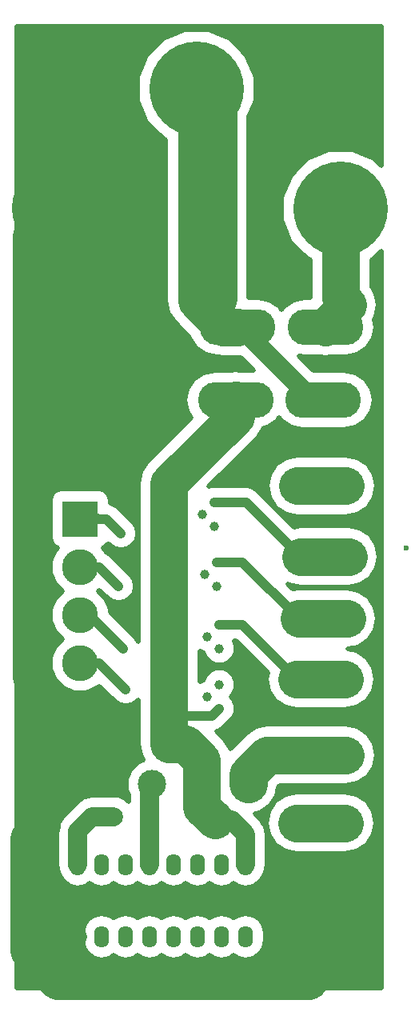
<source format=gbr>
G04 #@! TF.FileFunction,Copper,L2,Bot,Signal*
%FSLAX46Y46*%
G04 Gerber Fmt 4.6, Leading zero omitted, Abs format (unit mm)*
G04 Created by KiCad (PCBNEW 4.0.6) date Tuesday, 03 August 2021 'AMt' 11:20:22*
%MOMM*%
%LPD*%
G01*
G04 APERTURE LIST*
%ADD10C,0.100000*%
%ADD11C,1.998980*%
%ADD12C,1.000760*%
%ADD13O,1.600000X2.300000*%
%ADD14C,3.000000*%
%ADD15C,3.810000*%
%ADD16R,3.810000X3.810000*%
%ADD17O,8.000000X3.800000*%
%ADD18C,10.000000*%
%ADD19C,0.600000*%
%ADD20C,4.000000*%
%ADD21C,2.000000*%
%ADD22C,1.000000*%
%ADD23C,0.500000*%
G04 APERTURE END LIST*
D10*
D11*
X6200000Y22654000D03*
X13820000Y22654000D03*
D12*
X23726000Y35354000D03*
X24996000Y36624000D03*
X24996000Y34084000D03*
X23218000Y54658000D03*
X24488000Y55928000D03*
X24488000Y53388000D03*
X23472000Y48308000D03*
X24742000Y49578000D03*
X24742000Y47038000D03*
X23726000Y41704000D03*
X24996000Y42974000D03*
X24996000Y40434000D03*
D13*
X10010000Y9954000D03*
X12550000Y9954000D03*
X15090000Y9954000D03*
X17630000Y9954000D03*
X20170000Y9954000D03*
X22710000Y9954000D03*
X25250000Y9954000D03*
X27790000Y9954000D03*
X27790000Y17574000D03*
X25250000Y17574000D03*
X22710000Y17574000D03*
X20170000Y17574000D03*
X17630000Y17574000D03*
X15090000Y17574000D03*
X12550000Y17574000D03*
X10010000Y17574000D03*
D14*
X28020000Y26080000D03*
X17860000Y26080000D03*
D15*
X10264000Y49070000D03*
X10264000Y43990000D03*
D16*
X10264000Y54150000D03*
D15*
X10264000Y38910000D03*
X10264000Y33830000D03*
X10264000Y28750000D03*
D17*
X36000000Y66735000D03*
X26700000Y66735000D03*
X36225000Y74435000D03*
X26925000Y74435000D03*
D18*
X22580000Y99680000D03*
X37840000Y86990000D03*
D14*
X33570000Y50180000D03*
X38650000Y50180000D03*
X33390000Y43600000D03*
X38470000Y43600000D03*
X33210000Y37200000D03*
X38290000Y37200000D03*
X38290000Y21990000D03*
X33210000Y21990000D03*
X38380000Y57640000D03*
X33300000Y57640000D03*
X38370000Y29160000D03*
X33290000Y29160000D03*
X34510000Y8260000D03*
X39590000Y8260000D03*
X34790000Y14120000D03*
X39870000Y14120000D03*
D18*
X8000000Y87050000D03*
D19*
X44808000Y51102000D03*
X14328000Y47038000D03*
X15090000Y36116000D03*
X14836000Y40434000D03*
X14582000Y52626000D03*
D20*
X33300000Y57640000D02*
X38380000Y57640000D01*
D21*
X27790000Y17574000D02*
X27790000Y20790000D01*
D20*
X21432000Y30358000D02*
X23130000Y28660000D01*
X23130000Y28660000D02*
X23130000Y23680000D01*
X23130000Y23680000D02*
X24550000Y22260000D01*
X19662000Y30358000D02*
X19662000Y33322000D01*
X19662000Y30358000D02*
X21432000Y30358000D01*
D21*
X26320000Y22260000D02*
X24550000Y22260000D01*
X27790000Y20790000D02*
X26320000Y22260000D01*
D20*
X26700000Y66735000D02*
X26700000Y64998000D01*
X26700000Y64998000D02*
X19662000Y57960000D01*
X19662000Y57960000D02*
X19662000Y33322000D01*
D22*
X19662000Y33322000D02*
X24234000Y33322000D01*
X24234000Y33322000D02*
X24996000Y34084000D01*
D20*
X26925000Y74435000D02*
X25365000Y74435000D01*
X25365000Y74435000D02*
X22580000Y77220000D01*
X22580000Y77220000D02*
X22580000Y99680000D01*
X22580000Y99680000D02*
X24870000Y97390000D01*
X24870000Y97390000D02*
X24870000Y77490000D01*
D21*
X26925000Y74435000D02*
X27205000Y74435000D01*
X27205000Y74435000D02*
X34905000Y66735000D01*
X34905000Y66735000D02*
X36000000Y66735000D01*
D20*
X33210000Y21990000D02*
X38290000Y21990000D01*
D21*
X17630000Y17574000D02*
X17630000Y25850000D01*
X17630000Y25850000D02*
X17860000Y26080000D01*
D20*
X33290000Y29160000D02*
X38370000Y29160000D01*
X28020000Y26080000D02*
X28020000Y27100000D01*
X28020000Y27100000D02*
X30080000Y29160000D01*
X30080000Y29160000D02*
X33290000Y29160000D01*
X28020000Y26080000D02*
X28060000Y26080000D01*
D22*
X12296000Y49070000D02*
X10264000Y49070000D01*
X14328000Y47038000D02*
X12296000Y49070000D01*
X12296000Y38910000D02*
X10264000Y38910000D01*
X15090000Y36116000D02*
X12296000Y38910000D01*
X14836000Y40434000D02*
X11280000Y43990000D01*
X11280000Y43990000D02*
X10264000Y43990000D01*
X13058000Y54150000D02*
X10264000Y54150000D01*
X14582000Y52626000D02*
X13058000Y54150000D01*
X12122000Y54230000D02*
X9756000Y54230000D01*
D20*
X36225000Y85375000D02*
X37840000Y86990000D01*
X37840000Y86990000D02*
X37840000Y77520000D01*
X37840000Y77520000D02*
X38575000Y76785000D01*
X38575000Y76785000D02*
X36225000Y74435000D01*
X30850000Y5280000D02*
X34410000Y5280000D01*
X34510000Y5380000D02*
X34510000Y8260000D01*
X34410000Y5280000D02*
X34510000Y5380000D01*
X34510000Y8260000D02*
X34510000Y13840000D01*
X34510000Y13840000D02*
X34790000Y14120000D01*
X25150000Y5280000D02*
X30850000Y5280000D01*
X30850000Y5280000D02*
X31900000Y5280000D01*
X5080000Y82000000D02*
X5080000Y84130000D01*
X5080000Y84130000D02*
X8000000Y87050000D01*
X10264000Y28750000D02*
X9430000Y28750000D01*
X9430000Y28750000D02*
X5260000Y24580000D01*
X5260000Y24580000D02*
X5260000Y23594000D01*
X10264000Y33830000D02*
X8560000Y33830000D01*
X8560000Y33830000D02*
X5260000Y30530000D01*
X6200000Y22654000D02*
X6200000Y21690000D01*
X6200000Y21690000D02*
X4820000Y20310000D01*
X4820000Y8490000D02*
X6200000Y7110000D01*
X4820000Y20310000D02*
X4820000Y8490000D01*
X8935000Y85035000D02*
X8115000Y85035000D01*
X8115000Y85035000D02*
X5080000Y82000000D01*
X5260000Y23594000D02*
X5260000Y23594000D01*
X5260000Y23594000D02*
X6200000Y22654000D01*
X5260000Y37290000D02*
X5260000Y30530000D01*
X5260000Y30530000D02*
X5260000Y23594000D01*
X5080000Y37470000D02*
X5260000Y37290000D01*
X5080000Y82000000D02*
X5080000Y37470000D01*
X6200000Y12240000D02*
X6200000Y7110000D01*
X6200000Y7110000D02*
X6200000Y6920000D01*
X7840000Y5280000D02*
X25150000Y5280000D01*
X25150000Y5280000D02*
X25170000Y5280000D01*
X6200000Y6920000D02*
X7840000Y5280000D01*
D21*
X6200000Y22654000D02*
X6200000Y24686000D01*
X6200000Y24686000D02*
X10264000Y28750000D01*
X6200000Y22654000D02*
X6200000Y12240000D01*
X8486000Y9954000D02*
X10010000Y9954000D01*
X6200000Y12240000D02*
X8486000Y9954000D01*
D20*
X33390000Y43600000D02*
X38470000Y43600000D01*
D22*
X24742000Y49578000D02*
X27412000Y49578000D01*
X27412000Y49578000D02*
X33390000Y43600000D01*
X24742000Y49578000D02*
X26507000Y49578000D01*
D20*
X33210000Y37200000D02*
X38290000Y37200000D01*
D22*
X24996000Y42974000D02*
X27436000Y42974000D01*
X27436000Y42974000D02*
X33210000Y37200000D01*
D20*
X33570000Y50180000D02*
X38650000Y50180000D01*
D22*
X24488000Y55928000D02*
X27822000Y55928000D01*
X27822000Y55928000D02*
X33570000Y50180000D01*
D21*
X13820000Y22654000D02*
X11534000Y22654000D01*
X10010000Y21130000D02*
X10010000Y17574000D01*
X11534000Y22654000D02*
X10010000Y21130000D01*
D23*
G36*
X42155000Y91514021D02*
X41384963Y92285403D01*
X39088656Y93238913D01*
X36602252Y93241083D01*
X34304284Y92291582D01*
X32544597Y90534963D01*
X31591087Y88238656D01*
X31588917Y85752252D01*
X32538418Y83454284D01*
X34295037Y81694597D01*
X34590000Y81572118D01*
X34590000Y77585000D01*
X34022146Y77585000D01*
X32816693Y77345221D01*
X31794760Y76662386D01*
X31575000Y76333492D01*
X31355240Y76662386D01*
X30333307Y77345221D01*
X29127854Y77585000D01*
X28120000Y77585000D01*
X28120000Y96724092D01*
X28828913Y98431344D01*
X28831083Y100917748D01*
X27881582Y103215716D01*
X26124963Y104975403D01*
X23828656Y105928913D01*
X21342252Y105931083D01*
X19044284Y104981582D01*
X17284597Y103224963D01*
X16331087Y100928656D01*
X16328917Y98442252D01*
X17278418Y96144284D01*
X19035037Y94384597D01*
X19330000Y94262118D01*
X19330000Y77220000D01*
X19577392Y75976279D01*
X20281903Y74921903D01*
X21771617Y73432189D01*
X21811925Y73229547D01*
X22494760Y72207614D01*
X23516693Y71524779D01*
X24722146Y71285000D01*
X24862267Y71285000D01*
X25365000Y71185000D01*
X26925000Y71185000D01*
X27215279Y71242740D01*
X28573020Y69885000D01*
X27202733Y69885000D01*
X26700000Y69985000D01*
X26197267Y69885000D01*
X24497146Y69885000D01*
X23291693Y69645221D01*
X22269760Y68962386D01*
X21586925Y67940453D01*
X21347146Y66735000D01*
X21586925Y65529547D01*
X22006867Y64901061D01*
X17363903Y60258097D01*
X16659392Y59203721D01*
X16412000Y57960000D01*
X16412000Y41164741D01*
X16073437Y41671437D01*
X13419294Y44325580D01*
X13419546Y44614815D01*
X12940238Y45774829D01*
X12185845Y46530539D01*
X12273292Y46617834D01*
X13090563Y45800563D01*
X13658304Y45421211D01*
X14328000Y45288000D01*
X14997696Y45421211D01*
X15565437Y45800563D01*
X15944789Y46368304D01*
X16078000Y47038000D01*
X15944789Y47707696D01*
X15565437Y48275437D01*
X13533437Y50307437D01*
X13026442Y50646200D01*
X12940238Y50854829D01*
X12696474Y51099018D01*
X13057663Y51331437D01*
X13197309Y51535817D01*
X13344563Y51388563D01*
X13912304Y51009211D01*
X14582000Y50876000D01*
X15251696Y51009211D01*
X15819437Y51388563D01*
X16198789Y51956304D01*
X16332000Y52626000D01*
X16198789Y53295696D01*
X15819437Y53863437D01*
X14295437Y55387437D01*
X13727696Y55766789D01*
X13443488Y55823322D01*
X13443488Y56055000D01*
X13356327Y56518222D01*
X13082563Y56943663D01*
X12664847Y57229076D01*
X12169000Y57329488D01*
X8359000Y57329488D01*
X7895778Y57242327D01*
X7470337Y56968563D01*
X7184924Y56550847D01*
X7084512Y56055000D01*
X7084512Y52245000D01*
X7171673Y51781778D01*
X7445437Y51356337D01*
X7827251Y51095455D01*
X7590881Y50859497D01*
X7109549Y49700322D01*
X7108454Y48445185D01*
X7587762Y47285171D01*
X8342155Y46529461D01*
X7590881Y45779497D01*
X7109549Y44620322D01*
X7108454Y43365185D01*
X7587762Y42205171D01*
X8342155Y41449461D01*
X7590881Y40699497D01*
X7109549Y39540322D01*
X7108454Y38285185D01*
X7587762Y37125171D01*
X8474503Y36236881D01*
X9633678Y35755549D01*
X10888815Y35754454D01*
X12048829Y36233762D01*
X12273292Y36457834D01*
X13852563Y34878563D01*
X14420304Y34499211D01*
X15090000Y34366000D01*
X15759696Y34499211D01*
X16327437Y34878563D01*
X16412000Y35005121D01*
X16412000Y30358000D01*
X16659392Y29114279D01*
X16949923Y28679468D01*
X16304285Y28412696D01*
X15530023Y27639784D01*
X15110478Y26629409D01*
X15109523Y25535391D01*
X15380000Y24880787D01*
X15380000Y24275314D01*
X15095897Y24559913D01*
X14683218Y24731273D01*
X14681038Y24732729D01*
X14678489Y24733236D01*
X14269414Y24903099D01*
X13822569Y24903489D01*
X13820000Y24904000D01*
X11534000Y24904000D01*
X10711914Y24740477D01*
X10672962Y24732729D01*
X9943009Y24244990D01*
X8419010Y22720990D01*
X7931271Y21991038D01*
X7760000Y21130000D01*
X7760000Y17574000D01*
X7931271Y16712962D01*
X8103600Y16455053D01*
X8116047Y16392480D01*
X8560431Y15727412D01*
X9225499Y15283028D01*
X10010000Y15126981D01*
X10794501Y15283028D01*
X11280000Y15607428D01*
X11765499Y15283028D01*
X12550000Y15126981D01*
X13334501Y15283028D01*
X13820000Y15607428D01*
X14305499Y15283028D01*
X15090000Y15126981D01*
X15874501Y15283028D01*
X16360000Y15607428D01*
X16845499Y15283028D01*
X17630000Y15126981D01*
X18414501Y15283028D01*
X18900000Y15607428D01*
X19385499Y15283028D01*
X20170000Y15126981D01*
X20954501Y15283028D01*
X21440000Y15607428D01*
X21925499Y15283028D01*
X22710000Y15126981D01*
X23494501Y15283028D01*
X23980000Y15607428D01*
X24465499Y15283028D01*
X25250000Y15126981D01*
X26034501Y15283028D01*
X26520000Y15607428D01*
X27005499Y15283028D01*
X27790000Y15126981D01*
X28574501Y15283028D01*
X29239569Y15727412D01*
X29683953Y16392480D01*
X29696400Y16455053D01*
X29868729Y16712962D01*
X30040000Y17574000D01*
X30040000Y20790000D01*
X29868729Y21651038D01*
X29642242Y21990000D01*
X29960000Y21990000D01*
X30207392Y20746279D01*
X30911903Y19691903D01*
X31966279Y18987392D01*
X33210000Y18740000D01*
X38290000Y18740000D01*
X39533721Y18987392D01*
X40588097Y19691903D01*
X41292608Y20746279D01*
X41540000Y21990000D01*
X41292608Y23233721D01*
X40588097Y24288097D01*
X39533721Y24992608D01*
X38290000Y25240000D01*
X33210000Y25240000D01*
X31966279Y24992608D01*
X30911903Y24288097D01*
X30207392Y23233721D01*
X29960000Y21990000D01*
X29642242Y21990000D01*
X29380990Y22380990D01*
X28787309Y22974671D01*
X29303721Y23077392D01*
X30358097Y23781903D01*
X31062608Y24836279D01*
X31238937Y25722743D01*
X31426194Y25910000D01*
X38370000Y25910000D01*
X39613721Y26157392D01*
X40668097Y26861903D01*
X41372608Y27916279D01*
X41620000Y29160000D01*
X41372608Y30403721D01*
X40668097Y31458097D01*
X39613721Y32162608D01*
X38370000Y32410000D01*
X30080000Y32410000D01*
X28836279Y32162608D01*
X27781903Y31458097D01*
X26148356Y29824550D01*
X26132608Y29903721D01*
X25428097Y30958097D01*
X24717934Y31668260D01*
X24903696Y31705211D01*
X25471437Y32084563D01*
X25986034Y32599160D01*
X25986215Y32599235D01*
X26479035Y33091195D01*
X26746076Y33734300D01*
X26746683Y34430645D01*
X26480765Y35074215D01*
X26201412Y35354056D01*
X26479035Y35631195D01*
X26746076Y36274300D01*
X26746683Y36970645D01*
X26480765Y37614215D01*
X25988805Y38107035D01*
X25345700Y38374076D01*
X24649355Y38374683D01*
X24005785Y38108765D01*
X23512965Y37616805D01*
X23283943Y37065259D01*
X22912000Y36911576D01*
X22912000Y40146719D01*
X23284741Y39991943D01*
X23511235Y39443785D01*
X24003195Y38950965D01*
X24646300Y38683924D01*
X25342645Y38683317D01*
X25986215Y38949235D01*
X26479035Y39441195D01*
X26746076Y40084300D01*
X26746683Y40780645D01*
X26563492Y41224000D01*
X26711126Y41224000D01*
X30088602Y37846524D01*
X29960000Y37200000D01*
X30207392Y35956279D01*
X30911903Y34901903D01*
X31966279Y34197392D01*
X33210000Y33950000D01*
X38290000Y33950000D01*
X39533721Y34197392D01*
X40588097Y34901903D01*
X41292608Y35956279D01*
X41540000Y37200000D01*
X41292608Y38443721D01*
X40588097Y39498097D01*
X39533721Y40202608D01*
X38631366Y40382098D01*
X39713721Y40597392D01*
X40768097Y41301903D01*
X41472608Y42356279D01*
X41720000Y43600000D01*
X41472608Y44843721D01*
X40768097Y45898097D01*
X39713721Y46602608D01*
X38470000Y46850000D01*
X33390000Y46850000D01*
X32743476Y46721398D01*
X32209358Y47255516D01*
X32326279Y47177392D01*
X33570000Y46930000D01*
X38650000Y46930000D01*
X39893721Y47177392D01*
X40948097Y47881903D01*
X41652608Y48936279D01*
X41900000Y50180000D01*
X41652608Y51423721D01*
X40948097Y52478097D01*
X39893721Y53182608D01*
X38650000Y53430000D01*
X33570000Y53430000D01*
X32923476Y53301398D01*
X29059437Y57165437D01*
X28491696Y57544789D01*
X28013039Y57640000D01*
X30050000Y57640000D01*
X30297392Y56396279D01*
X31001903Y55341903D01*
X32056279Y54637392D01*
X33300000Y54390000D01*
X38380000Y54390000D01*
X39623721Y54637392D01*
X40678097Y55341903D01*
X41382608Y56396279D01*
X41630000Y57640000D01*
X41382608Y58883721D01*
X40678097Y59938097D01*
X39623721Y60642608D01*
X38380000Y60890000D01*
X33300000Y60890000D01*
X32056279Y60642608D01*
X31001903Y59938097D01*
X30297392Y58883721D01*
X30050000Y57640000D01*
X28013039Y57640000D01*
X27822000Y57678000D01*
X24837883Y57678000D01*
X24837700Y57678076D01*
X24141355Y57678683D01*
X23861062Y57562868D01*
X28998097Y62699903D01*
X29694749Y63742517D01*
X30108307Y63824779D01*
X31130240Y64507614D01*
X31350000Y64836508D01*
X31569760Y64507614D01*
X32591693Y63824779D01*
X33797146Y63585000D01*
X38202854Y63585000D01*
X39408307Y63824779D01*
X40430240Y64507614D01*
X41113075Y65529547D01*
X41352854Y66735000D01*
X41113075Y67940453D01*
X40430240Y68962386D01*
X39408307Y69645221D01*
X38202854Y69885000D01*
X34936981Y69885000D01*
X33416513Y71405468D01*
X34022146Y71285000D01*
X35722267Y71285000D01*
X36225000Y71185000D01*
X36727733Y71285000D01*
X38427854Y71285000D01*
X39633307Y71524779D01*
X40655240Y72207614D01*
X41338075Y73229547D01*
X41577854Y74435000D01*
X41408226Y75287780D01*
X41577608Y75541279D01*
X41825000Y76785000D01*
X41577608Y78028721D01*
X41090000Y78758478D01*
X41090000Y81570363D01*
X41375716Y81688418D01*
X42155000Y82466343D01*
X42155000Y4495000D01*
X3565000Y4495000D01*
X3565000Y10351019D01*
X10500000Y10351019D01*
X10500000Y9556981D01*
X10656047Y8772480D01*
X11100431Y8107412D01*
X11765499Y7663028D01*
X12550000Y7506981D01*
X13334501Y7663028D01*
X13820000Y7987428D01*
X14305499Y7663028D01*
X15090000Y7506981D01*
X15874501Y7663028D01*
X16360000Y7987428D01*
X16845499Y7663028D01*
X17630000Y7506981D01*
X18414501Y7663028D01*
X18900000Y7987428D01*
X19385499Y7663028D01*
X20170000Y7506981D01*
X20954501Y7663028D01*
X21440000Y7987428D01*
X21925499Y7663028D01*
X22710000Y7506981D01*
X23494501Y7663028D01*
X23980000Y7987428D01*
X24465499Y7663028D01*
X25250000Y7506981D01*
X26034501Y7663028D01*
X26520000Y7987428D01*
X27005499Y7663028D01*
X27790000Y7506981D01*
X28574501Y7663028D01*
X29239569Y8107412D01*
X29683953Y8772480D01*
X29840000Y9556981D01*
X29840000Y10351019D01*
X29683953Y11135520D01*
X29239569Y11800588D01*
X28574501Y12244972D01*
X27790000Y12401019D01*
X27005499Y12244972D01*
X26520000Y11920572D01*
X26034501Y12244972D01*
X25250000Y12401019D01*
X24465499Y12244972D01*
X23980000Y11920572D01*
X23494501Y12244972D01*
X22710000Y12401019D01*
X21925499Y12244972D01*
X21440000Y11920572D01*
X20954501Y12244972D01*
X20170000Y12401019D01*
X19385499Y12244972D01*
X18900000Y11920572D01*
X18414501Y12244972D01*
X17630000Y12401019D01*
X16845499Y12244972D01*
X16360000Y11920572D01*
X15874501Y12244972D01*
X15090000Y12401019D01*
X14305499Y12244972D01*
X13820000Y11920572D01*
X13334501Y12244972D01*
X12550000Y12401019D01*
X11765499Y12244972D01*
X11100431Y11800588D01*
X10656047Y11135520D01*
X10500000Y10351019D01*
X3565000Y10351019D01*
X3565000Y106285000D01*
X42155000Y106285000D01*
X42155000Y91514021D01*
X42155000Y91514021D01*
G37*
X42155000Y91514021D02*
X41384963Y92285403D01*
X39088656Y93238913D01*
X36602252Y93241083D01*
X34304284Y92291582D01*
X32544597Y90534963D01*
X31591087Y88238656D01*
X31588917Y85752252D01*
X32538418Y83454284D01*
X34295037Y81694597D01*
X34590000Y81572118D01*
X34590000Y77585000D01*
X34022146Y77585000D01*
X32816693Y77345221D01*
X31794760Y76662386D01*
X31575000Y76333492D01*
X31355240Y76662386D01*
X30333307Y77345221D01*
X29127854Y77585000D01*
X28120000Y77585000D01*
X28120000Y96724092D01*
X28828913Y98431344D01*
X28831083Y100917748D01*
X27881582Y103215716D01*
X26124963Y104975403D01*
X23828656Y105928913D01*
X21342252Y105931083D01*
X19044284Y104981582D01*
X17284597Y103224963D01*
X16331087Y100928656D01*
X16328917Y98442252D01*
X17278418Y96144284D01*
X19035037Y94384597D01*
X19330000Y94262118D01*
X19330000Y77220000D01*
X19577392Y75976279D01*
X20281903Y74921903D01*
X21771617Y73432189D01*
X21811925Y73229547D01*
X22494760Y72207614D01*
X23516693Y71524779D01*
X24722146Y71285000D01*
X24862267Y71285000D01*
X25365000Y71185000D01*
X26925000Y71185000D01*
X27215279Y71242740D01*
X28573020Y69885000D01*
X27202733Y69885000D01*
X26700000Y69985000D01*
X26197267Y69885000D01*
X24497146Y69885000D01*
X23291693Y69645221D01*
X22269760Y68962386D01*
X21586925Y67940453D01*
X21347146Y66735000D01*
X21586925Y65529547D01*
X22006867Y64901061D01*
X17363903Y60258097D01*
X16659392Y59203721D01*
X16412000Y57960000D01*
X16412000Y41164741D01*
X16073437Y41671437D01*
X13419294Y44325580D01*
X13419546Y44614815D01*
X12940238Y45774829D01*
X12185845Y46530539D01*
X12273292Y46617834D01*
X13090563Y45800563D01*
X13658304Y45421211D01*
X14328000Y45288000D01*
X14997696Y45421211D01*
X15565437Y45800563D01*
X15944789Y46368304D01*
X16078000Y47038000D01*
X15944789Y47707696D01*
X15565437Y48275437D01*
X13533437Y50307437D01*
X13026442Y50646200D01*
X12940238Y50854829D01*
X12696474Y51099018D01*
X13057663Y51331437D01*
X13197309Y51535817D01*
X13344563Y51388563D01*
X13912304Y51009211D01*
X14582000Y50876000D01*
X15251696Y51009211D01*
X15819437Y51388563D01*
X16198789Y51956304D01*
X16332000Y52626000D01*
X16198789Y53295696D01*
X15819437Y53863437D01*
X14295437Y55387437D01*
X13727696Y55766789D01*
X13443488Y55823322D01*
X13443488Y56055000D01*
X13356327Y56518222D01*
X13082563Y56943663D01*
X12664847Y57229076D01*
X12169000Y57329488D01*
X8359000Y57329488D01*
X7895778Y57242327D01*
X7470337Y56968563D01*
X7184924Y56550847D01*
X7084512Y56055000D01*
X7084512Y52245000D01*
X7171673Y51781778D01*
X7445437Y51356337D01*
X7827251Y51095455D01*
X7590881Y50859497D01*
X7109549Y49700322D01*
X7108454Y48445185D01*
X7587762Y47285171D01*
X8342155Y46529461D01*
X7590881Y45779497D01*
X7109549Y44620322D01*
X7108454Y43365185D01*
X7587762Y42205171D01*
X8342155Y41449461D01*
X7590881Y40699497D01*
X7109549Y39540322D01*
X7108454Y38285185D01*
X7587762Y37125171D01*
X8474503Y36236881D01*
X9633678Y35755549D01*
X10888815Y35754454D01*
X12048829Y36233762D01*
X12273292Y36457834D01*
X13852563Y34878563D01*
X14420304Y34499211D01*
X15090000Y34366000D01*
X15759696Y34499211D01*
X16327437Y34878563D01*
X16412000Y35005121D01*
X16412000Y30358000D01*
X16659392Y29114279D01*
X16949923Y28679468D01*
X16304285Y28412696D01*
X15530023Y27639784D01*
X15110478Y26629409D01*
X15109523Y25535391D01*
X15380000Y24880787D01*
X15380000Y24275314D01*
X15095897Y24559913D01*
X14683218Y24731273D01*
X14681038Y24732729D01*
X14678489Y24733236D01*
X14269414Y24903099D01*
X13822569Y24903489D01*
X13820000Y24904000D01*
X11534000Y24904000D01*
X10711914Y24740477D01*
X10672962Y24732729D01*
X9943009Y24244990D01*
X8419010Y22720990D01*
X7931271Y21991038D01*
X7760000Y21130000D01*
X7760000Y17574000D01*
X7931271Y16712962D01*
X8103600Y16455053D01*
X8116047Y16392480D01*
X8560431Y15727412D01*
X9225499Y15283028D01*
X10010000Y15126981D01*
X10794501Y15283028D01*
X11280000Y15607428D01*
X11765499Y15283028D01*
X12550000Y15126981D01*
X13334501Y15283028D01*
X13820000Y15607428D01*
X14305499Y15283028D01*
X15090000Y15126981D01*
X15874501Y15283028D01*
X16360000Y15607428D01*
X16845499Y15283028D01*
X17630000Y15126981D01*
X18414501Y15283028D01*
X18900000Y15607428D01*
X19385499Y15283028D01*
X20170000Y15126981D01*
X20954501Y15283028D01*
X21440000Y15607428D01*
X21925499Y15283028D01*
X22710000Y15126981D01*
X23494501Y15283028D01*
X23980000Y15607428D01*
X24465499Y15283028D01*
X25250000Y15126981D01*
X26034501Y15283028D01*
X26520000Y15607428D01*
X27005499Y15283028D01*
X27790000Y15126981D01*
X28574501Y15283028D01*
X29239569Y15727412D01*
X29683953Y16392480D01*
X29696400Y16455053D01*
X29868729Y16712962D01*
X30040000Y17574000D01*
X30040000Y20790000D01*
X29868729Y21651038D01*
X29642242Y21990000D01*
X29960000Y21990000D01*
X30207392Y20746279D01*
X30911903Y19691903D01*
X31966279Y18987392D01*
X33210000Y18740000D01*
X38290000Y18740000D01*
X39533721Y18987392D01*
X40588097Y19691903D01*
X41292608Y20746279D01*
X41540000Y21990000D01*
X41292608Y23233721D01*
X40588097Y24288097D01*
X39533721Y24992608D01*
X38290000Y25240000D01*
X33210000Y25240000D01*
X31966279Y24992608D01*
X30911903Y24288097D01*
X30207392Y23233721D01*
X29960000Y21990000D01*
X29642242Y21990000D01*
X29380990Y22380990D01*
X28787309Y22974671D01*
X29303721Y23077392D01*
X30358097Y23781903D01*
X31062608Y24836279D01*
X31238937Y25722743D01*
X31426194Y25910000D01*
X38370000Y25910000D01*
X39613721Y26157392D01*
X40668097Y26861903D01*
X41372608Y27916279D01*
X41620000Y29160000D01*
X41372608Y30403721D01*
X40668097Y31458097D01*
X39613721Y32162608D01*
X38370000Y32410000D01*
X30080000Y32410000D01*
X28836279Y32162608D01*
X27781903Y31458097D01*
X26148356Y29824550D01*
X26132608Y29903721D01*
X25428097Y30958097D01*
X24717934Y31668260D01*
X24903696Y31705211D01*
X25471437Y32084563D01*
X25986034Y32599160D01*
X25986215Y32599235D01*
X26479035Y33091195D01*
X26746076Y33734300D01*
X26746683Y34430645D01*
X26480765Y35074215D01*
X26201412Y35354056D01*
X26479035Y35631195D01*
X26746076Y36274300D01*
X26746683Y36970645D01*
X26480765Y37614215D01*
X25988805Y38107035D01*
X25345700Y38374076D01*
X24649355Y38374683D01*
X24005785Y38108765D01*
X23512965Y37616805D01*
X23283943Y37065259D01*
X22912000Y36911576D01*
X22912000Y40146719D01*
X23284741Y39991943D01*
X23511235Y39443785D01*
X24003195Y38950965D01*
X24646300Y38683924D01*
X25342645Y38683317D01*
X25986215Y38949235D01*
X26479035Y39441195D01*
X26746076Y40084300D01*
X26746683Y40780645D01*
X26563492Y41224000D01*
X26711126Y41224000D01*
X30088602Y37846524D01*
X29960000Y37200000D01*
X30207392Y35956279D01*
X30911903Y34901903D01*
X31966279Y34197392D01*
X33210000Y33950000D01*
X38290000Y33950000D01*
X39533721Y34197392D01*
X40588097Y34901903D01*
X41292608Y35956279D01*
X41540000Y37200000D01*
X41292608Y38443721D01*
X40588097Y39498097D01*
X39533721Y40202608D01*
X38631366Y40382098D01*
X39713721Y40597392D01*
X40768097Y41301903D01*
X41472608Y42356279D01*
X41720000Y43600000D01*
X41472608Y44843721D01*
X40768097Y45898097D01*
X39713721Y46602608D01*
X38470000Y46850000D01*
X33390000Y46850000D01*
X32743476Y46721398D01*
X32209358Y47255516D01*
X32326279Y47177392D01*
X33570000Y46930000D01*
X38650000Y46930000D01*
X39893721Y47177392D01*
X40948097Y47881903D01*
X41652608Y48936279D01*
X41900000Y50180000D01*
X41652608Y51423721D01*
X40948097Y52478097D01*
X39893721Y53182608D01*
X38650000Y53430000D01*
X33570000Y53430000D01*
X32923476Y53301398D01*
X29059437Y57165437D01*
X28491696Y57544789D01*
X28013039Y57640000D01*
X30050000Y57640000D01*
X30297392Y56396279D01*
X31001903Y55341903D01*
X32056279Y54637392D01*
X33300000Y54390000D01*
X38380000Y54390000D01*
X39623721Y54637392D01*
X40678097Y55341903D01*
X41382608Y56396279D01*
X41630000Y57640000D01*
X41382608Y58883721D01*
X40678097Y59938097D01*
X39623721Y60642608D01*
X38380000Y60890000D01*
X33300000Y60890000D01*
X32056279Y60642608D01*
X31001903Y59938097D01*
X30297392Y58883721D01*
X30050000Y57640000D01*
X28013039Y57640000D01*
X27822000Y57678000D01*
X24837883Y57678000D01*
X24837700Y57678076D01*
X24141355Y57678683D01*
X23861062Y57562868D01*
X28998097Y62699903D01*
X29694749Y63742517D01*
X30108307Y63824779D01*
X31130240Y64507614D01*
X31350000Y64836508D01*
X31569760Y64507614D01*
X32591693Y63824779D01*
X33797146Y63585000D01*
X38202854Y63585000D01*
X39408307Y63824779D01*
X40430240Y64507614D01*
X41113075Y65529547D01*
X41352854Y66735000D01*
X41113075Y67940453D01*
X40430240Y68962386D01*
X39408307Y69645221D01*
X38202854Y69885000D01*
X34936981Y69885000D01*
X33416513Y71405468D01*
X34022146Y71285000D01*
X35722267Y71285000D01*
X36225000Y71185000D01*
X36727733Y71285000D01*
X38427854Y71285000D01*
X39633307Y71524779D01*
X40655240Y72207614D01*
X41338075Y73229547D01*
X41577854Y74435000D01*
X41408226Y75287780D01*
X41577608Y75541279D01*
X41825000Y76785000D01*
X41577608Y78028721D01*
X41090000Y78758478D01*
X41090000Y81570363D01*
X41375716Y81688418D01*
X42155000Y82466343D01*
X42155000Y4495000D01*
X3565000Y4495000D01*
X3565000Y10351019D01*
X10500000Y10351019D01*
X10500000Y9556981D01*
X10656047Y8772480D01*
X11100431Y8107412D01*
X11765499Y7663028D01*
X12550000Y7506981D01*
X13334501Y7663028D01*
X13820000Y7987428D01*
X14305499Y7663028D01*
X15090000Y7506981D01*
X15874501Y7663028D01*
X16360000Y7987428D01*
X16845499Y7663028D01*
X17630000Y7506981D01*
X18414501Y7663028D01*
X18900000Y7987428D01*
X19385499Y7663028D01*
X20170000Y7506981D01*
X20954501Y7663028D01*
X21440000Y7987428D01*
X21925499Y7663028D01*
X22710000Y7506981D01*
X23494501Y7663028D01*
X23980000Y7987428D01*
X24465499Y7663028D01*
X25250000Y7506981D01*
X26034501Y7663028D01*
X26520000Y7987428D01*
X27005499Y7663028D01*
X27790000Y7506981D01*
X28574501Y7663028D01*
X29239569Y8107412D01*
X29683953Y8772480D01*
X29840000Y9556981D01*
X29840000Y10351019D01*
X29683953Y11135520D01*
X29239569Y11800588D01*
X28574501Y12244972D01*
X27790000Y12401019D01*
X27005499Y12244972D01*
X26520000Y11920572D01*
X26034501Y12244972D01*
X25250000Y12401019D01*
X24465499Y12244972D01*
X23980000Y11920572D01*
X23494501Y12244972D01*
X22710000Y12401019D01*
X21925499Y12244972D01*
X21440000Y11920572D01*
X20954501Y12244972D01*
X20170000Y12401019D01*
X19385499Y12244972D01*
X18900000Y11920572D01*
X18414501Y12244972D01*
X17630000Y12401019D01*
X16845499Y12244972D01*
X16360000Y11920572D01*
X15874501Y12244972D01*
X15090000Y12401019D01*
X14305499Y12244972D01*
X13820000Y11920572D01*
X13334501Y12244972D01*
X12550000Y12401019D01*
X11765499Y12244972D01*
X11100431Y11800588D01*
X10656047Y11135520D01*
X10500000Y10351019D01*
X3565000Y10351019D01*
X3565000Y106285000D01*
X42155000Y106285000D01*
X42155000Y91514021D01*
M02*

</source>
